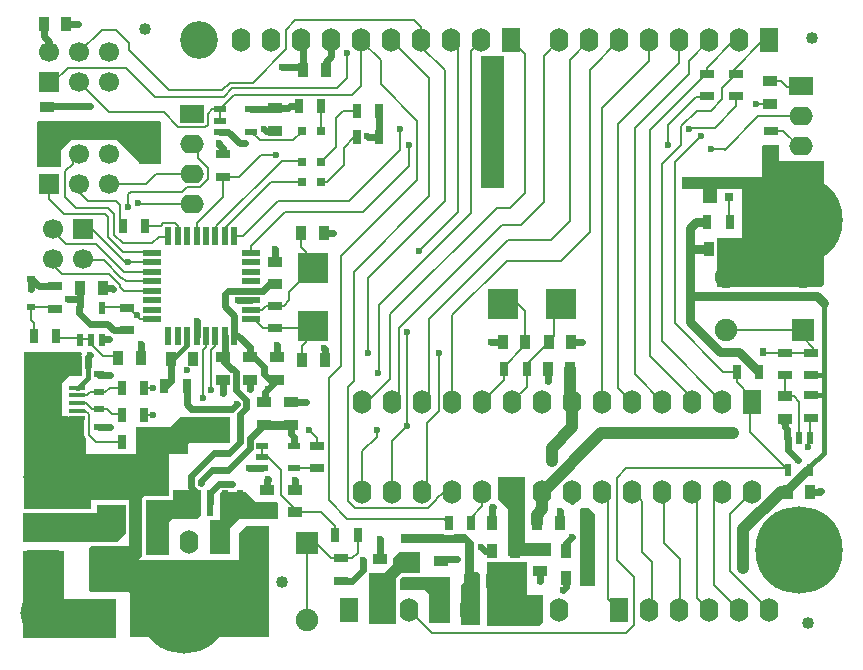
<source format=gtl>
G04 Layer_Physical_Order=1*
G04 Layer_Color=255*
%FSLAX44Y44*%
%MOMM*%
G71*
G01*
G75*
%ADD10R,0.6858X0.5588*%
%ADD11R,0.5588X0.6858*%
%ADD12R,1.3000X0.9000*%
%ADD13R,0.9000X1.3000*%
%ADD14R,1.3000X0.7000*%
%ADD15R,0.7000X1.3000*%
%ADD16R,1.4000X1.6000*%
%ADD17R,1.9000X1.9000*%
%ADD18R,1.3500X0.4000*%
%ADD19R,0.9000X0.6000*%
%ADD20R,2.5000X2.6000*%
%ADD21R,2.6000X2.5000*%
%ADD22R,0.5500X1.0000*%
%ADD23R,1.0000X0.5500*%
%ADD24R,0.6000X2.2000*%
%ADD25R,3.5000X2.2000*%
%ADD26R,1.5000X0.5500*%
%ADD27R,0.5500X1.5000*%
%ADD28R,0.8000X0.8000*%
%ADD29R,2.7000X2.0000*%
%ADD30C,1.0160*%
%ADD31R,1.6000X3.0000*%
%ADD32C,0.6000*%
%ADD33C,0.2000*%
%ADD34C,1.0000*%
%ADD35C,0.4000*%
%ADD36C,0.8000*%
%ADD37C,1.9000*%
%ADD38R,1.9000X1.9000*%
%ADD39O,2.0000X1.6000*%
%ADD40R,2.0000X1.6000*%
%ADD41R,1.7000X1.7000*%
%ADD42C,1.7000*%
%ADD43O,1.6000X2.0000*%
%ADD44R,1.6000X2.0000*%
%ADD45C,4.0000*%
G04:AMPARAMS|DCode=46|XSize=2mm|YSize=1.2mm|CornerRadius=0.36mm|HoleSize=0mm|Usage=FLASHONLY|Rotation=0.000|XOffset=0mm|YOffset=0mm|HoleType=Round|Shape=RoundedRectangle|*
%AMROUNDEDRECTD46*
21,1,2.0000,0.4800,0,0,0.0*
21,1,1.2800,1.2000,0,0,0.0*
1,1,0.7200,0.6400,-0.2400*
1,1,0.7200,-0.6400,-0.2400*
1,1,0.7200,-0.6400,0.2400*
1,1,0.7200,0.6400,0.2400*
%
%ADD46ROUNDEDRECTD46*%
%ADD47C,3.2000*%
%ADD48C,7.4000*%
%ADD49C,0.6000*%
G36*
X482000Y112000D02*
X487000Y107000D01*
X487000Y46000D01*
X475000D01*
X475000Y111102D01*
X475898Y112000D01*
X482000Y112000D01*
D02*
G37*
G36*
X428000Y82000D02*
X450000D01*
Y71000D01*
X414000D01*
Y111000D01*
X405000Y120000D01*
Y138000D01*
X428000D01*
Y82000D01*
D02*
G37*
G36*
X153409Y127000D02*
X154000Y126882D01*
X154000Y106000D01*
X151000Y103000D01*
X130000D01*
X127000Y100000D01*
Y72000D01*
X107000Y72000D01*
X107000Y119000D01*
X130000D01*
Y127000D01*
X153409Y127000D01*
D02*
G37*
G36*
X365000Y15000D02*
X347000D01*
Y39000D01*
X343000Y43000D01*
X322059D01*
X322059Y51733D01*
X324267Y53941D01*
X339000D01*
X339296Y54000D01*
X365000D01*
Y15000D01*
D02*
G37*
G36*
X38000Y36000D02*
X39000Y35000D01*
X82000D01*
Y2000D01*
X3000D01*
X3000Y76000D01*
X38000D01*
X38000Y36000D01*
D02*
G37*
G36*
X430000Y39000D02*
X431000Y38000D01*
X443000D01*
Y15000D01*
X440000Y12000D01*
X396000D01*
Y66000D01*
X430000D01*
X430000Y39000D01*
D02*
G37*
G36*
X339000Y74000D02*
Y57000D01*
X323000D01*
X319000Y53000D01*
X319000Y14000D01*
X296000Y14000D01*
Y57000D01*
X309000Y57000D01*
X316000Y64000D01*
Y70000D01*
X321000Y75000D01*
X339000D01*
Y74000D01*
D02*
G37*
G36*
X200000Y117000D02*
X218000D01*
X219000Y116000D01*
Y103000D01*
X186000D01*
X178000Y95000D01*
X178000Y73000D01*
X161000D01*
Y101941D01*
X164000D01*
X164295Y102000D01*
X170000D01*
X170000Y124719D01*
X171206Y125926D01*
X180000D01*
X180374Y126000D01*
X191000Y126000D01*
X200000Y117000D01*
D02*
G37*
G36*
X643000Y419000D02*
X643000Y406000D01*
X681000Y406000D01*
X681000Y301000D01*
X679870Y299870D01*
X679000Y299000D01*
Y299000D01*
X679000Y299000D01*
X591000Y299000D01*
X591000Y324204D01*
X591059Y324500D01*
Y337500D01*
X591000Y337796D01*
Y339730D01*
X591000Y341000D01*
X592270Y341000D01*
X612000D01*
Y382000D01*
X605295D01*
X605000Y382059D01*
X597000D01*
X596704Y382000D01*
X591000D01*
Y371270D01*
X591000Y370000D01*
X589730Y370000D01*
X579000D01*
X579000Y382000D01*
X568000Y382000D01*
X560808D01*
X560808Y392000D01*
X629000Y392000D01*
X629000Y418102D01*
X629898Y419000D01*
X643000Y419000D01*
D02*
G37*
G36*
X408560Y494941D02*
X410000D01*
Y383000D01*
X391000D01*
Y494765D01*
X391160Y494905D01*
X391881Y495000D01*
X408265D01*
X408560Y494941D01*
D02*
G37*
G36*
X108000Y440000D02*
X119102Y440000D01*
X120000Y439102D01*
Y428000D01*
Y403000D01*
X101000D01*
Y405000D01*
X82000Y424000D01*
X44000D01*
X35000Y415000D01*
X35000Y401898D01*
X34102Y401000D01*
X15000Y401000D01*
Y438730D01*
X15652Y440000D01*
X108000Y440000D01*
D02*
G37*
G36*
X178000Y167965D02*
X177035Y167000D01*
X144000D01*
X143000Y166000D01*
Y158000D01*
X99000Y158000D01*
X99000Y178000D01*
Y181000D01*
X128000D01*
X136000Y189000D01*
X178000D01*
Y167965D01*
D02*
G37*
G36*
X53073Y242927D02*
X52848Y242591D01*
X52382Y240250D01*
Y232250D01*
X52848Y229909D01*
X53402Y229080D01*
Y224612D01*
X52790Y224000D01*
X42000D01*
X36000Y218000D01*
Y190000D01*
X40337D01*
X40824Y189674D01*
X41995Y189441D01*
X54917D01*
Y173505D01*
X54917Y173505D01*
X55176Y172203D01*
X55227Y171944D01*
X56000Y170788D01*
Y158000D01*
X127000Y158000D01*
X127000Y127296D01*
X126941Y127000D01*
Y122059D01*
X107000D01*
X105829Y121826D01*
X104837Y121163D01*
X104174Y120170D01*
X103941Y119000D01*
X103941Y72000D01*
X104117Y71117D01*
X101000Y68000D01*
X186000D01*
Y91000D01*
X192000Y97000D01*
X211000D01*
Y3000D01*
X94000D01*
Y40000D01*
X93000Y41000D01*
X61000D01*
X59000Y43000D01*
Y78000D01*
X60941Y79941D01*
X66000D01*
X66000Y79941D01*
X82000D01*
X82000Y79941D01*
X83000D01*
X83000Y79941D01*
X83295Y80000D01*
X93000D01*
Y89704D01*
X93059Y90000D01*
X93059Y90000D01*
X93059Y115000D01*
X93000Y115295D01*
Y119000D01*
X61000D01*
Y111059D01*
X4000Y111059D01*
Y244000D01*
X52000D01*
X53073Y242927D01*
D02*
G37*
G36*
X90000Y90000D02*
X83000Y83000D01*
X3000Y83000D01*
Y108000D01*
X66000Y108000D01*
Y115000D01*
X90000D01*
X90000Y90000D01*
D02*
G37*
G36*
X377829Y89674D02*
X378449Y89551D01*
X385000Y83000D01*
Y65000D01*
Y58000D01*
X388000D01*
X390000Y56000D01*
Y13000D01*
X375000D01*
X374000Y14000D01*
Y47000D01*
X377000Y50000D01*
X377000Y82000D01*
X323000Y82000D01*
Y90000D01*
X358342D01*
X358829Y89674D01*
X360000Y89441D01*
X367000D01*
X368171Y89674D01*
X368658Y90000D01*
X377342D01*
X377829Y89674D01*
D02*
G37*
D10*
X9750Y306192D02*
D03*
Y281808D02*
D03*
D11*
X629192Y244250D02*
D03*
X604808D02*
D03*
D12*
X218000Y220500D02*
D03*
Y239500D02*
D03*
X195000Y220500D02*
D03*
Y239500D02*
D03*
X216000Y301500D02*
D03*
Y320500D02*
D03*
X172000Y220500D02*
D03*
Y239500D02*
D03*
X23000Y451500D02*
D03*
Y432500D02*
D03*
X635750Y473250D02*
D03*
Y454250D02*
D03*
X114000Y130500D02*
D03*
Y111500D02*
D03*
X305000Y68500D02*
D03*
Y49500D02*
D03*
X357000Y48000D02*
D03*
Y67000D02*
D03*
X216000Y431500D02*
D03*
Y450500D02*
D03*
X230000Y182500D02*
D03*
Y201500D02*
D03*
X233000Y108500D02*
D03*
Y127500D02*
D03*
X648000Y206500D02*
D03*
Y187500D02*
D03*
X210000Y108500D02*
D03*
Y127500D02*
D03*
X207000Y182500D02*
D03*
Y201500D02*
D03*
X441000Y58500D02*
D03*
Y77500D02*
D03*
D13*
X128000Y238250D02*
D03*
X147000D02*
D03*
X238500Y345000D02*
D03*
X257500D02*
D03*
X258500Y237000D02*
D03*
X239500D02*
D03*
X380500Y50000D02*
D03*
X399500D02*
D03*
X583500Y331000D02*
D03*
X602500D02*
D03*
X20500Y522000D02*
D03*
X39500D02*
D03*
X240500Y483000D02*
D03*
X259500D02*
D03*
X462500Y76000D02*
D03*
X481500D02*
D03*
X447500Y230000D02*
D03*
X466500D02*
D03*
X400500Y76000D02*
D03*
X419500D02*
D03*
X400500Y99000D02*
D03*
X419500D02*
D03*
X438500D02*
D03*
X457500D02*
D03*
X409500Y253000D02*
D03*
X428500D02*
D03*
X448000Y252750D02*
D03*
X467000D02*
D03*
X51500Y298500D02*
D03*
X70500D02*
D03*
X669500Y126000D02*
D03*
X650500D02*
D03*
X102750Y239250D02*
D03*
X83750D02*
D03*
X481500Y53000D02*
D03*
X462500D02*
D03*
D14*
X582000Y460500D02*
D03*
Y479500D02*
D03*
X607000D02*
D03*
Y460500D02*
D03*
X172000Y392500D02*
D03*
Y411500D02*
D03*
X91000Y281500D02*
D03*
Y262500D02*
D03*
X216000Y283500D02*
D03*
Y264500D02*
D03*
X636000Y412500D02*
D03*
Y431500D02*
D03*
X329000Y68000D02*
D03*
Y87000D02*
D03*
Y66500D02*
D03*
Y47500D02*
D03*
X272000Y69500D02*
D03*
Y50500D02*
D03*
X252000Y164500D02*
D03*
Y145500D02*
D03*
X29750Y299750D02*
D03*
Y280750D02*
D03*
X670000Y224500D02*
D03*
Y243500D02*
D03*
Y188500D02*
D03*
Y207500D02*
D03*
X648000Y224500D02*
D03*
Y243500D02*
D03*
D15*
X304500Y448000D02*
D03*
X285500D02*
D03*
Y426000D02*
D03*
X304500D02*
D03*
X141500Y215000D02*
D03*
X122500D02*
D03*
X87500Y351000D02*
D03*
X106500D02*
D03*
X86500Y214000D02*
D03*
X105500D02*
D03*
Y191000D02*
D03*
X86500D02*
D03*
Y168000D02*
D03*
X105500D02*
D03*
X363500Y99000D02*
D03*
X382500D02*
D03*
X607250Y227500D02*
D03*
X626250D02*
D03*
X582500Y354000D02*
D03*
X601500D02*
D03*
X429500Y230000D02*
D03*
X410500D02*
D03*
X236500Y452000D02*
D03*
X255500D02*
D03*
X286500Y89000D02*
D03*
X267500D02*
D03*
X12000Y258000D02*
D03*
X31000D02*
D03*
D16*
X46495Y233000D02*
D03*
Y169000D02*
D03*
D17*
X21995Y213000D02*
D03*
Y189000D02*
D03*
X243500Y82250D02*
D03*
D18*
X48745Y214000D02*
D03*
Y207500D02*
D03*
Y201000D02*
D03*
Y194500D02*
D03*
Y188000D02*
D03*
D03*
Y194500D02*
D03*
Y201000D02*
D03*
Y207500D02*
D03*
Y214000D02*
D03*
D19*
X67250Y181000D02*
D03*
Y196000D02*
D03*
X67000Y225250D02*
D03*
Y210250D02*
D03*
D20*
X409500Y285000D02*
D03*
X458500D02*
D03*
D21*
X249000Y315500D02*
D03*
Y266500D02*
D03*
D22*
X650500Y144500D02*
D03*
X669500D02*
D03*
X650500Y171500D02*
D03*
X660000D02*
D03*
X669500D02*
D03*
X70000Y281250D02*
D03*
X51000D02*
D03*
X70000Y254250D02*
D03*
X60500D02*
D03*
X51000D02*
D03*
D23*
X232500Y145500D02*
D03*
Y164500D02*
D03*
X205500Y145500D02*
D03*
Y155000D02*
D03*
Y164500D02*
D03*
X196500Y430500D02*
D03*
Y449500D02*
D03*
X169500Y430500D02*
D03*
Y440000D02*
D03*
Y449500D02*
D03*
D24*
X186400Y116000D02*
D03*
X173700D02*
D03*
X161000D02*
D03*
X148300D02*
D03*
X135600D02*
D03*
D25*
X161000Y178000D02*
D03*
D26*
X196000Y272000D02*
D03*
Y280000D02*
D03*
Y288000D02*
D03*
Y296000D02*
D03*
Y304000D02*
D03*
Y312000D02*
D03*
Y320000D02*
D03*
Y328000D02*
D03*
X112000D02*
D03*
Y320000D02*
D03*
Y312000D02*
D03*
Y304000D02*
D03*
Y296000D02*
D03*
Y288000D02*
D03*
Y280000D02*
D03*
Y272000D02*
D03*
D27*
X182000Y342000D02*
D03*
X174000D02*
D03*
X166000D02*
D03*
X158000D02*
D03*
X150000D02*
D03*
X142000D02*
D03*
X134000D02*
D03*
X126000D02*
D03*
Y258000D02*
D03*
X134000D02*
D03*
X142000D02*
D03*
X150000D02*
D03*
X158000D02*
D03*
X166000D02*
D03*
X174000D02*
D03*
X182000D02*
D03*
D28*
X239000Y431000D02*
D03*
X255000D02*
D03*
X585000Y375000D02*
D03*
X601000D02*
D03*
X239000Y388000D02*
D03*
X255000D02*
D03*
X239000Y405000D02*
D03*
X255000D02*
D03*
D29*
X20000Y98000D02*
D03*
Y66000D02*
D03*
D30*
X222000Y49000D02*
D03*
X668000Y15000D02*
D03*
X671000Y510000D02*
D03*
X106250Y517750D02*
D03*
D31*
X72000Y60500D02*
D03*
Y19500D02*
D03*
X74000Y139000D02*
D03*
Y98000D02*
D03*
D32*
X227250Y450500D02*
X228750Y452000D01*
X216000Y450500D02*
X227250D01*
X41000Y289250D02*
X51500D01*
X50750Y277250D02*
Y282250D01*
X650000Y171500D02*
Y179000D01*
X400500Y99000D02*
Y113000D01*
X357000Y68500D02*
X370500D01*
X70500Y298000D02*
X78750D01*
X39500Y522000D02*
X49500D01*
X69750Y255250D02*
X75750D01*
X140500Y180750D02*
X143250Y178000D01*
X136750Y177000D02*
X140500Y180750D01*
X210375Y212875D02*
X218000Y220500D01*
X295000Y426000D02*
X304500D01*
X294000Y427000D02*
X295000Y426000D01*
X304500D02*
Y448000D01*
X132000Y179000D02*
X134750D01*
X136750Y177000D01*
X179750Y196000D02*
X184000Y200250D01*
X145500Y196000D02*
X179750D01*
X141500Y200000D02*
X145500Y196000D01*
X174000Y283000D02*
X182000Y275000D01*
Y258000D02*
Y275000D01*
X165000Y159000D02*
X177686D01*
X145000Y139000D02*
X165000Y159000D01*
X145000Y130000D02*
Y139000D01*
X177000Y144000D02*
X195500Y162500D01*
X163100Y144000D02*
X177000D01*
X154000Y134900D02*
X163100Y144000D01*
X10058Y306192D02*
X16500Y299750D01*
X9750Y306192D02*
X10058D01*
X9750Y297500D02*
Y306192D01*
X174000Y293000D02*
X177000Y296000D01*
X174000Y283000D02*
Y293000D01*
X177000Y296000D02*
X196000D01*
X161000Y124371D02*
X168672Y132043D01*
X161000Y116000D02*
Y124371D01*
X60000Y268000D02*
X74314D01*
X79814Y262500D01*
X91000D01*
X195000Y239500D02*
Y248000D01*
X185000Y258000D02*
X195000Y248000D01*
X182000Y258000D02*
X185000D01*
X183500Y212064D02*
X192000Y203564D01*
X183500Y212064D02*
Y213929D01*
X180571Y230000D02*
X183500Y227071D01*
X183500D01*
X183500Y227071D02*
X183500Y227071D01*
X183500Y213929D02*
Y227071D01*
X172000Y237407D02*
X179407Y230000D01*
X180571D01*
X67250Y225000D02*
X77000D01*
X67000Y225250D02*
X67250Y225000D01*
X145000Y130000D02*
X148300Y126700D01*
Y116000D02*
Y126700D01*
X168672Y132043D02*
X180000D01*
X195500Y162500D02*
Y171000D01*
X192000Y196936D02*
Y203564D01*
X187000Y191936D02*
X192000Y196936D01*
X187000Y168314D02*
Y191936D01*
X177686Y159000D02*
X187000Y168314D01*
X207000Y433000D02*
X208500Y431500D01*
X650500Y161500D02*
X659000Y153000D01*
X650500Y161500D02*
Y171500D01*
X650000D02*
X650500D01*
X648000Y181000D02*
X650000Y179000D01*
X648000Y181000D02*
Y187500D01*
X23500Y452000D02*
X60000D01*
X23000Y451500D02*
X23500Y452000D01*
X78750Y298000D02*
X79000Y297750D01*
X208500Y431500D02*
X216000D01*
X169000Y419500D02*
Y421000D01*
Y419500D02*
X172000Y416500D01*
X154000Y133000D02*
Y134900D01*
X441000Y50000D02*
Y58500D01*
X150000Y258000D02*
Y270500D01*
X172250Y209500D02*
Y220250D01*
X172000Y220500D02*
X172250Y220250D01*
X195000Y213000D02*
X195250Y212750D01*
X195000Y213000D02*
Y220500D01*
X242500Y201500D02*
X242500Y201500D01*
X230000Y201500D02*
X242500D01*
X258250Y247250D02*
X258500Y247000D01*
Y237000D02*
Y247000D01*
X185500Y287750D02*
X185750Y288000D01*
X196000D01*
Y296000D02*
X206250D01*
X211750Y301500D01*
X216000D01*
X218000Y239500D02*
Y250000D01*
X216000Y330750D02*
X216500Y331250D01*
X216000Y320500D02*
Y330750D01*
X265500Y345000D02*
X265750Y345250D01*
X257500Y345000D02*
X265500D01*
X259500Y483000D02*
Y489750D01*
X264160Y494410D01*
Y508000D01*
X186500Y421000D02*
X191250D01*
X177000Y430500D02*
X186500Y421000D01*
X169500Y430500D02*
X177000D01*
X49500Y521750D02*
Y522000D01*
X646000Y185500D02*
X648000Y187500D01*
X678000Y126000D02*
X678750Y126750D01*
X669500Y126000D02*
X678000D01*
X462500Y82500D02*
X467500Y87500D01*
X462500Y76000D02*
Y82500D01*
X458000Y99500D02*
Y109750D01*
X457500Y99000D02*
X458000Y99500D01*
X468250Y118000D02*
Y125730D01*
X391250Y79000D02*
X394250Y76000D01*
X400500D01*
X400500Y113000D02*
X401000D01*
X370500Y68500D02*
X370750Y68750D01*
X305000Y85750D02*
X305250Y86000D01*
X305000Y68500D02*
Y85750D01*
X194000Y145750D02*
X194250Y145500D01*
X205500D01*
X195500Y171000D02*
X207000Y182500D01*
X210250Y136000D02*
Y136250D01*
X210000Y135750D02*
X210250Y136000D01*
X210000Y127500D02*
Y135750D01*
X233000Y135500D02*
X233250Y135750D01*
X233000Y127500D02*
Y135500D01*
X67250Y181000D02*
X77000D01*
X25400Y497840D02*
Y506600D01*
X20500Y511500D02*
X25400Y506600D01*
X20500Y511500D02*
Y522000D01*
X228750Y452000D02*
X236500D01*
X215000Y449500D02*
X216000Y450500D01*
X196500Y449500D02*
X215000D01*
X172000Y411500D02*
Y416500D01*
X51500Y289250D02*
Y298000D01*
Y283000D02*
Y289250D01*
X50750Y277250D02*
X60000Y268000D01*
X50750Y282250D02*
X51500Y283000D01*
X207000Y182500D02*
X207000Y182500D01*
X232500Y167000D02*
Y172250D01*
X230000Y174750D02*
X232500Y172250D01*
X230000Y174750D02*
Y182500D01*
X272000Y50500D02*
X282000D01*
X291250Y59750D01*
Y68250D01*
X460250Y42500D02*
X462500Y44750D01*
Y53000D01*
X122500Y215000D02*
X123000D01*
X128000Y220000D01*
Y238250D01*
X184000Y200250D02*
Y200250D01*
X141500Y200000D02*
Y215000D01*
X207000Y201500D02*
X208000Y202500D01*
Y210500D01*
X212250Y220500D02*
X218000D01*
X207250Y225500D02*
X212250Y220500D01*
X207250Y225500D02*
Y231250D01*
X199000Y239500D02*
X207250Y231250D01*
X195000Y239500D02*
X199000D01*
X172000D02*
X174000Y241500D01*
Y258000D01*
X172000Y237407D02*
Y239500D01*
X20000Y98000D02*
X20000Y98000D01*
X74000D02*
X76750Y100750D01*
X86750D01*
X58500Y232250D02*
Y240250D01*
X59500Y241250D01*
X222500Y485250D02*
X238250D01*
X240500Y483000D02*
Y506260D01*
X238760Y508000D02*
X240500Y506260D01*
X238250Y485250D02*
X240500Y483000D01*
X447500Y220000D02*
Y230000D01*
X447250Y219750D02*
X447500Y220000D01*
X467000Y252750D02*
X476750D01*
X399000Y253000D02*
X409500D01*
X102750Y239250D02*
Y250500D01*
X16500Y299750D02*
X29750D01*
X30500D01*
X143250Y178000D02*
X161000D01*
X86750Y100750D02*
Y111500D01*
D33*
X289250Y507690D02*
X306000Y490940D01*
X359500Y103000D02*
X363500Y99000D01*
X277750Y103000D02*
X359500D01*
X262000Y118750D02*
X277750Y103000D01*
X672000Y243500D02*
Y247750D01*
X151400Y408063D02*
Y420600D01*
X91750Y320000D02*
X112000D01*
X27300Y347700D02*
X39300Y335700D01*
X604125Y482375D02*
X629750Y508000D01*
X409500Y231000D02*
X428500Y250000D01*
X290450Y204000D02*
X296500D01*
X604600Y507100D02*
X609600D01*
X672000Y188000D02*
Y188500D01*
X669500Y185500D02*
X672000Y188000D01*
X304250Y226000D02*
Y284250D01*
X69750Y282250D02*
X92000D01*
X102250Y272000D01*
X60250Y255250D02*
X62000Y253500D01*
X70500Y241000D02*
X84000D01*
X50750Y255250D02*
X60250D01*
X93000Y499500D02*
Y505750D01*
X82000Y516750D02*
X93000Y505750D01*
X69710Y516750D02*
X82000D01*
X93000Y499500D02*
X126750Y465750D01*
X27300Y318700D02*
Y322300D01*
X39300Y335700D02*
X64771D01*
X88471Y312000D01*
X36200Y309800D02*
X76142D01*
X27300Y318700D02*
X36200Y309800D01*
X76142D02*
X85500Y300442D01*
X274000Y448000D02*
X285500D01*
X268000Y442000D02*
X274000Y448000D01*
X268000Y418000D02*
Y442000D01*
X255000Y405000D02*
X268000Y418000D01*
X274500Y402250D02*
Y417000D01*
X283500Y426000D02*
X285500D01*
X274500Y417000D02*
X283500Y426000D01*
X279000Y372000D02*
X322000Y415000D01*
Y433000D01*
X290750Y362750D02*
X330000Y402000D01*
Y419000D01*
X166550Y350550D02*
X222000Y406000D01*
X238000D02*
X239000Y405000D01*
X222000Y406000D02*
X238000D01*
X506000Y68000D02*
Y137750D01*
Y68000D02*
X520000Y54000D01*
X544450Y125730D02*
X546000Y124180D01*
Y82000D02*
Y124180D01*
Y82000D02*
X548150Y79850D01*
X555550Y72450D02*
X559250Y68750D01*
X548150Y79850D02*
Y79850D01*
X569850Y125730D02*
X574000Y121580D01*
Y35600D02*
Y121580D01*
Y35600D02*
X584200Y25400D01*
X282000Y462000D02*
X289250Y469250D01*
X182000Y462000D02*
X282000D01*
X169500Y449500D02*
X182000Y462000D01*
X521000Y434000D02*
X566750Y479750D01*
X521000Y225380D02*
Y434000D01*
Y225380D02*
X544450Y201930D01*
X507000Y437000D02*
X558800Y488800D01*
X507000Y213980D02*
Y437000D01*
Y213980D02*
X519050Y201930D01*
X493650Y450650D02*
X533250Y490250D01*
X493650Y201930D02*
Y450650D01*
X483000Y483000D02*
X508000Y508000D01*
X483000Y346000D02*
Y483000D01*
X458500Y321500D02*
X483000Y346000D01*
X347000Y376000D02*
Y475960D01*
X283000Y312000D02*
X347000Y376000D01*
X283000Y219814D02*
Y312000D01*
X360000Y372000D02*
Y483000D01*
X295000Y307000D02*
X360000Y372000D01*
X295000Y243000D02*
Y307000D01*
X340360Y502640D02*
X360000Y483000D01*
X340360Y502640D02*
Y508000D01*
X365760D02*
X371000Y502760D01*
Y363000D02*
Y502760D01*
X338000Y330000D02*
X371000Y363000D01*
X382000Y498840D02*
X391160Y508000D01*
X382000Y362000D02*
Y498840D01*
X304250Y284250D02*
X382000Y362000D01*
X415000Y366000D02*
X428000Y379000D01*
X404000Y366000D02*
X415000D01*
X314000Y276000D02*
X404000Y366000D01*
X416560Y508000D02*
X428000Y496560D01*
Y379000D02*
Y496560D01*
X466000Y491400D02*
X482600Y508000D01*
X466000Y355000D02*
Y491400D01*
X450000Y339000D02*
X466000Y355000D01*
X314960Y508000D02*
X347000Y475960D01*
X72500Y361000D02*
X75250Y358250D01*
X37750Y361000D02*
X72500D01*
X25400Y373350D02*
X37750Y361000D01*
X75321Y366000D02*
X80500Y360821D01*
X48250Y366000D02*
X75321D01*
X38800Y375450D02*
X48250Y366000D01*
X314000Y221500D02*
Y276000D01*
X444000Y371000D02*
Y494800D01*
X425000Y352000D02*
X444000Y371000D01*
X409000Y352000D02*
X425000D01*
X321500Y264500D02*
X409000Y352000D01*
X321500Y207580D02*
Y264500D01*
X414000Y339000D02*
X450000D01*
X347000Y272000D02*
X414000Y339000D01*
X347000Y207680D02*
Y272000D01*
X588000Y118480D02*
X595250Y125730D01*
X588000Y47000D02*
Y118480D01*
Y47000D02*
X609600Y25400D01*
X506000Y137750D02*
X514000Y145750D01*
X520000Y13000D02*
Y54000D01*
X513500Y6500D02*
X520000Y13000D01*
X514000Y145750D02*
X649250D01*
X349100Y6500D02*
X513500D01*
X493650Y125730D02*
X498000Y121380D01*
Y35400D02*
Y121380D01*
Y35400D02*
X508000Y25400D01*
X315850Y201930D02*
X321500Y207580D01*
X262000Y222050D02*
X272000Y232050D01*
X262000Y118750D02*
Y222050D01*
X278000Y214814D02*
X283000Y219814D01*
X278000Y118250D02*
Y214814D01*
Y118250D02*
X284020Y112230D01*
X344750Y129230D02*
Y183750D01*
X341250Y125730D02*
X344750Y129230D01*
X328000Y261000D02*
X328500Y260500D01*
Y181250D02*
Y260500D01*
X355000Y194000D02*
Y243000D01*
X344750Y183750D02*
X355000Y194000D01*
X162000Y245450D02*
X166000Y249450D01*
Y258000D01*
X12000Y258000D02*
Y268750D01*
X9750Y271000D02*
X12000Y268750D01*
X9750Y271000D02*
Y281808D01*
X49250Y256000D02*
X51000Y254250D01*
X33000Y256000D02*
X49250D01*
X31000Y258000D02*
X33000Y256000D01*
X366650Y275650D02*
X412500Y321500D01*
X366650Y201930D02*
Y275650D01*
X412500Y321500D02*
X458500D01*
X341250Y201930D02*
X347000Y207680D01*
X444000Y494800D02*
X457200Y508000D01*
X337000Y390000D02*
Y440000D01*
X272000Y325000D02*
X337000Y390000D01*
X272000Y232050D02*
Y325000D01*
X306000Y471000D02*
Y490940D01*
Y471000D02*
X337000Y440000D01*
X289250Y507690D02*
X289560Y508000D01*
X252000Y164500D02*
Y171000D01*
X245000Y178000D02*
X252000Y171000D01*
Y145500D02*
X255000D01*
X232500D02*
X252000D01*
X533250Y490250D02*
Y507850D01*
X555000Y268500D02*
Y404750D01*
Y268500D02*
X596000Y227500D01*
X544000Y403558D02*
X560000Y419558D01*
X544000Y253180D02*
Y403558D01*
Y253180D02*
X595250Y201930D01*
X534000Y432000D02*
X581500Y479500D01*
X534000Y241000D02*
Y432000D01*
Y241000D02*
X569850Y205150D01*
X555000Y404750D02*
X577500Y427250D01*
X602000Y107080D02*
X620650Y125730D01*
X602000Y58400D02*
Y107080D01*
Y58400D02*
X635000Y25400D01*
X268500Y467250D02*
X277000Y475750D01*
X180179Y467250D02*
X268500D01*
X453000Y279500D02*
X458500Y285000D01*
X453000Y257750D02*
Y279500D01*
X448000Y252750D02*
X453000Y257750D01*
X428500Y253000D02*
Y278500D01*
X422000Y285000D02*
X428500Y278500D01*
X409500Y285000D02*
X422000D01*
X212800Y388000D02*
X239000D01*
X174000Y342000D02*
Y349200D01*
X212800Y388000D01*
X625100Y443600D02*
X662000D01*
X597000Y415500D02*
X625100Y443600D01*
X607000Y452000D02*
Y460500D01*
X588750Y433750D02*
X607000Y452000D01*
X567750Y433750D02*
X588750D01*
X296500Y204000D02*
X314000Y221500D01*
X569850Y201930D02*
Y205150D01*
X559250Y25850D02*
Y68750D01*
X548150Y79850D02*
X555550Y72450D01*
X519050Y125730D02*
X527000Y117780D01*
Y75000D02*
Y117780D01*
Y75000D02*
X535250Y66750D01*
X87000Y307000D02*
X90000Y304000D01*
X86400Y307000D02*
X87000D01*
X71600Y321800D02*
X86400Y307000D01*
X62200Y321800D02*
X71600D01*
X88471Y312000D02*
X112000D01*
X219000Y372000D02*
X279000D01*
X189000Y342000D02*
X219000Y372000D01*
X182000Y342000D02*
X189000D01*
X225250Y362750D02*
X290750D01*
X277000Y475750D02*
Y497000D01*
X122050Y447000D02*
X134550Y434500D01*
X76240Y447000D02*
X122050D01*
X157450Y434500D02*
X159500Y436550D01*
X134550Y434500D02*
X157450D01*
X50800Y472440D02*
X76240Y447000D01*
X38800Y375450D02*
Y397000D01*
X45000Y403200D01*
Y405680D01*
X50800Y411480D01*
X655500Y206500D02*
X660000Y202000D01*
Y171500D02*
Y202000D01*
X670000Y243500D02*
X672000D01*
X648000D02*
X670000D01*
X334500Y525000D02*
X340360Y519140D01*
X233750Y525000D02*
X334500D01*
X225750Y517000D02*
X233750Y525000D01*
X155500Y246021D02*
X158000Y248521D01*
X155500Y205558D02*
X156250Y204808D01*
X162000Y212000D02*
Y245450D01*
X155500Y205558D02*
Y246021D01*
X204250Y411000D02*
X217000D01*
X185750Y392500D02*
X204250Y411000D01*
X166550Y342550D02*
Y350550D01*
X672000Y188000D02*
X672500Y188500D01*
X573308Y448500D02*
X585500D01*
X560000Y419558D02*
Y435192D01*
X573308Y448500D01*
X567000Y433000D02*
X567750Y433750D01*
X595000Y467500D02*
X607000Y479500D01*
X595000Y458000D02*
Y467500D01*
X585500Y448500D02*
X595000Y458000D01*
X604125Y482375D02*
X607000Y479500D01*
X549000Y436000D02*
X573000Y460000D01*
X549000Y419000D02*
Y436000D01*
X667500Y164000D02*
Y169500D01*
X618750Y176250D02*
X649250Y145750D01*
X85500Y298950D02*
Y300442D01*
Y298950D02*
X88950Y295500D01*
X111500D01*
X90000Y304000D02*
X112000D01*
X87721Y328750D02*
X111250D01*
X84200Y332271D02*
X87721Y328750D01*
X87550Y336000D02*
X112500D01*
X80500Y343050D02*
X87550Y336000D01*
X196500Y430500D02*
X203750Y423250D01*
X239500Y237000D02*
Y249500D01*
X249000Y259000D01*
Y266500D01*
X196000Y333500D02*
X225250Y362750D01*
X196000Y328000D02*
Y333500D01*
X249000Y315500D02*
Y322250D01*
X238500Y332750D02*
X249000Y322250D01*
X238500Y332750D02*
Y345000D01*
X126750Y465750D02*
X171608D01*
X114500Y460250D02*
X173179D01*
X171608Y465750D02*
X178108Y472250D01*
X90000Y484750D02*
X114500Y460250D01*
X173179D02*
X180179Y467250D01*
X596500Y416000D02*
X597000Y415500D01*
X596250Y415750D02*
X596500Y416000D01*
X585250Y415750D02*
X596250D01*
X618750Y200030D02*
X620650Y201930D01*
X618750Y176250D02*
Y200030D01*
X221750Y122800D02*
X233000Y111550D01*
X221750Y122800D02*
Y144000D01*
X210750Y155000D02*
X221750Y144000D01*
X205500Y155000D02*
X210750D01*
X158000Y248521D02*
Y258000D01*
X85500Y353000D02*
X87500Y351000D01*
X85500Y353000D02*
Y368500D01*
X81750Y372250D02*
X85500Y368500D01*
X92000Y367250D02*
Y377500D01*
X57750Y372250D02*
X81750D01*
X92000Y377500D02*
X94500Y380000D01*
X137937D01*
X101200Y369800D02*
X146000D01*
X118250Y341750D02*
X125750D01*
X112500Y336000D02*
X118250Y341750D01*
X125750D02*
X126000Y342000D01*
X137937Y380000D02*
X141637Y383700D01*
X100750Y370250D02*
X101200Y369800D01*
X141637Y383700D02*
X152763D01*
X159500Y390437D01*
Y399963D01*
X151400Y408063D02*
X159500Y399963D01*
X116000Y395250D02*
X145950D01*
X150000Y353750D02*
X172000Y375750D01*
Y392500D01*
X146000Y420600D02*
X151400D01*
X58995Y173505D02*
X64500Y168000D01*
X58995Y173505D02*
Y191450D01*
X64500Y168000D02*
X86500D01*
X55945Y194500D02*
X58995Y191450D01*
X48745Y194500D02*
X55945D01*
X48745Y201000D02*
X56516D01*
X61516Y196000D01*
X67250D01*
X205500Y155000D02*
Y164500D01*
X233000Y108500D02*
Y111550D01*
Y108500D02*
X255500D01*
X267500Y96500D01*
Y89000D02*
Y96500D01*
X286500Y74250D02*
Y89000D01*
X281750Y69500D02*
X286500Y74250D01*
X272000Y69500D02*
X281750D01*
X263750D02*
X272000D01*
X251000Y82250D02*
X263750Y69500D01*
X243500Y82250D02*
X251000D01*
X243500Y17250D02*
Y82250D01*
X382500Y104000D02*
X392050Y113550D01*
X382500Y99000D02*
Y104000D01*
X392050Y113550D02*
Y125730D01*
X76500Y214000D02*
X86500D01*
X72750Y210250D02*
X76500Y214000D01*
X105500Y191000D02*
X113500D01*
X105500Y214000D02*
X113500D01*
X85750Y191750D02*
X86500Y191000D01*
X78250Y191750D02*
X85750D01*
X74000Y196000D02*
X78250Y191750D01*
X67250Y196000D02*
X74000D01*
X67000Y210250D02*
X72750D01*
X59750D02*
X67000D01*
X57000Y207500D02*
X59750Y210250D01*
X48745Y207500D02*
X57000D01*
X9750Y281808D02*
X29442D01*
X102250Y272000D02*
X112000D01*
X166000Y342000D02*
X166550Y342550D01*
X239000Y430500D02*
Y431000D01*
X231750Y423250D02*
X239000Y430500D01*
X203750Y423250D02*
X231750D01*
X111500Y295500D02*
X112000Y296000D01*
X79200Y330200D02*
X89400Y320000D01*
X79200Y330200D02*
Y330208D01*
X84200Y332271D02*
Y332279D01*
X80500Y343050D02*
Y360821D01*
X75250Y341229D02*
X84200Y332279D01*
X75250Y341229D02*
Y358250D01*
X62208Y347200D02*
X79200Y330208D01*
X62200Y347200D02*
X62208D01*
X50800Y379200D02*
X57750Y372250D01*
X111250Y328750D02*
X112000Y328000D01*
X25400Y373350D02*
Y386080D01*
X50800Y379200D02*
Y386080D01*
X145950Y395250D02*
X146000Y395200D01*
X106830Y386080D02*
X116000Y395250D01*
X76200Y386080D02*
X106830D01*
X289250Y469250D02*
Y507690D01*
X197500Y472250D02*
X225750Y500500D01*
X178108Y472250D02*
X197500D01*
X163000Y449500D02*
X169500D01*
X159500Y446000D02*
X163000Y449500D01*
X159500Y436550D02*
Y446000D01*
X225750Y500500D02*
Y517000D01*
X40750Y484750D02*
X90000D01*
X28440Y472440D02*
X40750Y484750D01*
X25400Y472440D02*
X28440D01*
X340360Y508000D02*
Y519140D01*
X50800Y497840D02*
X69710Y516750D01*
X232500Y145500D02*
X232500Y145500D01*
X255000Y431000D02*
X255500Y431500D01*
Y452000D01*
X260250Y388000D02*
X274500Y402250D01*
X255000Y388000D02*
X260250D01*
X216000Y283500D02*
X224250D01*
X228500Y287750D01*
Y295000D01*
X249000Y315500D01*
X247000Y264500D02*
X249000Y266500D01*
X216000Y264500D02*
X247000D01*
X206500D02*
X216000D01*
X199000Y272000D02*
X206500Y264500D01*
X196000Y272000D02*
X199000D01*
X196000Y280000D02*
X205500D01*
X209000Y283500D01*
X216000D01*
X409500Y231000D02*
X410500Y230000D01*
X428500Y250000D02*
Y253000D01*
X429500Y230000D02*
Y234250D01*
X448000Y252750D01*
X417450Y201930D02*
Y202450D01*
X429500Y214500D01*
Y230000D01*
X392050Y201930D02*
X410500Y220380D01*
Y230000D01*
X648000Y206500D02*
X655500D01*
X648000D02*
Y224500D01*
X629192Y244250D02*
X629942Y243500D01*
X648000D01*
X601000Y354500D02*
X601500Y354000D01*
X601000Y354500D02*
Y375000D01*
X659800Y418200D02*
X662000D01*
X646500Y431500D02*
X659800Y418200D01*
X636000Y431500D02*
X646500D01*
X661750Y468750D02*
X662000Y469000D01*
X649750Y468750D02*
X661750D01*
X645250Y473250D02*
X649750Y468750D01*
X635750Y473250D02*
X645250D01*
X596000Y227500D02*
X607250D01*
Y218500D02*
Y227500D01*
Y218500D02*
X620650Y205100D01*
Y201930D02*
Y205100D01*
X649250Y145750D02*
X650500Y144500D01*
X330200Y25400D02*
X349100Y6500D01*
X150000Y342000D02*
Y353750D01*
X172000Y392500D02*
X185750D01*
X573000Y460000D02*
X581500D01*
X582000Y460500D01*
X169500Y440000D02*
Y449500D01*
X669500Y171500D02*
Y185500D01*
X667500Y169500D02*
X669500Y171500D01*
X623250Y454250D02*
X635750D01*
X315850Y125730D02*
Y168600D01*
X328500Y181250D01*
X290450Y201930D02*
Y204000D01*
X303500Y226000D02*
X304250D01*
X290450Y125730D02*
Y159950D01*
X303000Y172500D01*
Y178500D01*
X284020Y112230D02*
X346013D01*
X352750Y118967D01*
Y119250D01*
X359230Y125730D01*
X366650D01*
X558800Y25400D02*
X559250Y25850D01*
X533400Y25400D02*
X535250Y27250D01*
Y66750D01*
X629750Y508000D02*
X635000D01*
X582000Y484500D02*
X604600Y507100D01*
X582000Y479500D02*
Y484500D01*
X581500Y479500D02*
X582000D01*
X566750Y479750D02*
Y490550D01*
X558800Y488800D02*
Y508000D01*
X566750Y490550D02*
X584200Y508000D01*
X533250Y507850D02*
X533400Y508000D01*
X598250Y263000D02*
X663250D01*
Y256500D02*
Y263000D01*
Y256500D02*
X672000Y247750D01*
X134000Y342000D02*
Y350750D01*
X131750Y353000D02*
X134000Y350750D01*
X121800Y353000D02*
X131750D01*
X119800Y351000D02*
X121800Y353000D01*
X106500Y351000D02*
X119800D01*
X62000Y249500D02*
Y253500D01*
Y249500D02*
X70500Y241000D01*
D34*
X443122Y125730D02*
Y126002D01*
X613000Y70000D02*
Y94000D01*
Y61000D02*
Y70000D01*
Y94000D02*
X645000Y126000D01*
X492519Y175399D02*
X604399D01*
X443122Y126002D02*
X492519Y175399D01*
X451000Y152000D02*
Y163000D01*
X451000Y163000D02*
X451000Y163000D01*
X442850Y110850D02*
Y125730D01*
X438500Y106500D02*
X442850Y110850D01*
X438500Y99000D02*
Y106500D01*
X442850Y125730D02*
X443122D01*
X468250Y180250D02*
Y201930D01*
X451000Y163000D02*
X468250Y180250D01*
X466500Y203680D02*
X468250Y201930D01*
X466500Y203680D02*
Y230000D01*
D35*
X419500Y76000D02*
X421000Y77500D01*
X441000D01*
X681000Y224500D02*
Y286000D01*
Y207000D02*
Y224500D01*
Y159000D02*
Y207000D01*
X680500Y207500D02*
X681000Y207000D01*
X670000Y207500D02*
X680500D01*
X669500Y147500D02*
X681000Y159000D01*
X670000Y224500D02*
X681000D01*
X669500Y144500D02*
Y147500D01*
X128000Y238250D02*
X130343D01*
X142000Y249907D02*
Y258000D01*
X130343Y238250D02*
X142000Y249907D01*
X128000Y238250D02*
X128000Y238250D01*
X48745Y214000D02*
X50000D01*
X58500Y222500D01*
Y232250D01*
D36*
X573000Y354000D02*
X580000D01*
X568000Y349000D02*
X573000Y354000D01*
X568000Y331000D02*
Y349000D01*
Y292000D02*
Y331000D01*
Y269750D02*
Y292000D01*
X568250Y291750D01*
X568000Y331000D02*
X583500D01*
X568000Y269750D02*
X593500Y244250D01*
X568250Y291750D02*
X675250D01*
X681000Y286000D01*
X650500Y128265D02*
X666735Y144500D01*
X650500Y126000D02*
Y128265D01*
X593500Y244250D02*
X604808D01*
X609500D01*
X624875Y228875D01*
X207000Y182500D02*
X230000D01*
D37*
X198500Y82250D02*
D03*
Y17250D02*
D03*
X243500D02*
D03*
X598250Y263000D02*
D03*
Y308000D02*
D03*
X663250D02*
D03*
D38*
Y263000D02*
D03*
D39*
X146000Y395200D02*
D03*
Y420600D02*
D03*
Y369800D02*
D03*
X662000Y418200D02*
D03*
Y443600D02*
D03*
D40*
X146000Y446000D02*
D03*
X662000Y469000D02*
D03*
D41*
X53700Y348400D02*
D03*
X25400Y386080D02*
D03*
Y472440D02*
D03*
D42*
X28300Y348400D02*
D03*
X53700Y323000D02*
D03*
X28300D02*
D03*
X76200Y411480D02*
D03*
X50800D02*
D03*
X25400D02*
D03*
X76200Y386080D02*
D03*
X50800D02*
D03*
X76200Y497840D02*
D03*
X50800D02*
D03*
X25400D02*
D03*
X76200Y472440D02*
D03*
X50800D02*
D03*
D43*
X118450Y83250D02*
D03*
X143850D02*
D03*
X187960Y508000D02*
D03*
X213360D02*
D03*
X238760D02*
D03*
X264160D02*
D03*
X289560D02*
D03*
X314960D02*
D03*
X340360D02*
D03*
X365760D02*
D03*
X391160D02*
D03*
X457200D02*
D03*
X482600D02*
D03*
X508000D02*
D03*
X533400D02*
D03*
X558800D02*
D03*
X584200D02*
D03*
X609600D02*
D03*
X635000Y25400D02*
D03*
X609600D02*
D03*
X584200D02*
D03*
X558800D02*
D03*
X533400D02*
D03*
X457200D02*
D03*
X431800D02*
D03*
X406400D02*
D03*
X381000D02*
D03*
X355600D02*
D03*
X330200D02*
D03*
X304800D02*
D03*
X595250Y201930D02*
D03*
X569850D02*
D03*
X544450D02*
D03*
X519050D02*
D03*
X493650D02*
D03*
X468250D02*
D03*
X442850D02*
D03*
X417450D02*
D03*
X392050D02*
D03*
X366650D02*
D03*
X341250D02*
D03*
X315850D02*
D03*
X290450D02*
D03*
X620650Y125730D02*
D03*
X595250D02*
D03*
X569850D02*
D03*
X544450D02*
D03*
X519050D02*
D03*
X493650D02*
D03*
X468250D02*
D03*
X442850D02*
D03*
X417450D02*
D03*
X392050D02*
D03*
X366650D02*
D03*
X341250D02*
D03*
X315850D02*
D03*
X290450D02*
D03*
D44*
X169250Y83250D02*
D03*
X416560Y508000D02*
D03*
X635000D02*
D03*
X508000Y25400D02*
D03*
X279400D02*
D03*
X620650Y201930D02*
D03*
D45*
X21000Y23000D02*
D03*
X23000Y138000D02*
D03*
D46*
X21995Y168000D02*
D03*
Y234000D02*
D03*
D47*
X152400Y508000D02*
D03*
D48*
X660400Y355600D02*
D03*
Y76200D02*
D03*
X139700Y25400D02*
D03*
D49*
X322000Y433000D02*
D03*
X330000Y419000D02*
D03*
X132000Y179000D02*
D03*
X122000Y147000D02*
D03*
X111000D02*
D03*
X100000D02*
D03*
X141000Y171000D02*
D03*
Y178000D02*
D03*
Y185000D02*
D03*
X395000Y491000D02*
D03*
X405000D02*
D03*
X395000Y484000D02*
D03*
X405000D02*
D03*
X406000Y387000D02*
D03*
X396000D02*
D03*
X406000Y394000D02*
D03*
X396000D02*
D03*
X328000Y261000D02*
D03*
X295000Y243000D02*
D03*
X355000D02*
D03*
X338000Y330000D02*
D03*
X245000Y178000D02*
D03*
X613000Y61000D02*
D03*
Y70000D02*
D03*
X451000Y152000D02*
D03*
X423000Y64000D02*
D03*
X319000Y67000D02*
D03*
X106000Y417000D02*
D03*
X113000Y425000D02*
D03*
X155500Y205558D02*
D03*
X162000Y212000D02*
D03*
X77000Y225000D02*
D03*
X180000Y132043D02*
D03*
X207000Y433000D02*
D03*
X217000Y411000D02*
D03*
X567000Y433000D02*
D03*
X549000Y419000D02*
D03*
X659000Y153000D02*
D03*
X667500Y164000D02*
D03*
X565000Y387000D02*
D03*
X481000Y109000D02*
D03*
X605250Y176250D02*
D03*
X60000Y452000D02*
D03*
X75750Y255250D02*
D03*
X79000Y297750D02*
D03*
X277000Y497000D02*
D03*
X294000Y427000D02*
D03*
X169000Y421000D02*
D03*
X154000Y133000D02*
D03*
X441000Y50000D02*
D03*
X141500Y229000D02*
D03*
X150000Y270500D02*
D03*
X172250Y209500D02*
D03*
X195250Y212750D02*
D03*
X242500Y201500D02*
D03*
X258250Y247250D02*
D03*
X185500Y287750D02*
D03*
X218000Y250000D02*
D03*
X216500Y331250D02*
D03*
X265750Y345250D02*
D03*
X191250Y421000D02*
D03*
X49500Y521750D02*
D03*
X678750Y126750D02*
D03*
X467500Y87500D02*
D03*
X458000Y109750D02*
D03*
X416000Y64000D02*
D03*
X391250Y79000D02*
D03*
X401000Y113000D02*
D03*
X370750Y68750D02*
D03*
X305250Y86000D02*
D03*
X194000Y145750D02*
D03*
X210250Y136250D02*
D03*
X233250Y135750D02*
D03*
X77000Y181000D02*
D03*
X227250Y451000D02*
D03*
X112500Y409000D02*
D03*
X9750Y297500D02*
D03*
X41000Y289250D02*
D03*
X291250Y68250D02*
D03*
X318000Y58000D02*
D03*
X460250Y42500D02*
D03*
X91750Y320500D02*
D03*
X92000Y367250D02*
D03*
X99250Y275500D02*
D03*
X100750Y370250D02*
D03*
X210500Y212750D02*
D03*
X184000Y200250D02*
D03*
X86750Y100750D02*
D03*
Y111500D02*
D03*
X58500Y232250D02*
D03*
X59500Y241250D02*
D03*
X113500Y191000D02*
D03*
X113500Y214000D02*
D03*
X577500Y427250D02*
D03*
X585250Y415750D02*
D03*
X222500Y485250D02*
D03*
X623250Y454250D02*
D03*
X328500Y181250D02*
D03*
X303000Y178500D02*
D03*
X303500Y226000D02*
D03*
X447250Y219750D02*
D03*
X476750Y252750D02*
D03*
X399000Y253000D02*
D03*
X102750Y250500D02*
D03*
X111000Y139000D02*
D03*
M02*

</source>
